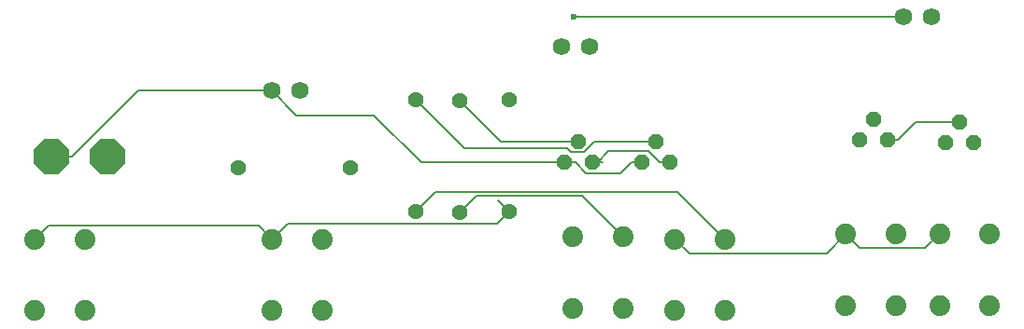
<source format=gbr>
%TF.GenerationSoftware,KiCad,Pcbnew,9.0.1*%
%TF.CreationDate,2025-04-06T15:48:51+05:30*%
%TF.ProjectId,_autosave-solder,5f617574-6f73-4617-9665-2d736f6c6465,rev?*%
%TF.SameCoordinates,Original*%
%TF.FileFunction,Copper,L1,Top*%
%TF.FilePolarity,Positive*%
%FSLAX46Y46*%
G04 Gerber Fmt 4.6, Leading zero omitted, Abs format (unit mm)*
G04 Created by KiCad (PCBNEW 9.0.1) date 2025-04-06 15:48:51*
%MOMM*%
%LPD*%
G01*
G04 APERTURE LIST*
G04 Aperture macros list*
%AMOutline5P*
0 Free polygon, 5 corners , with rotation*
0 The origin of the aperture is its center*
0 number of corners: always 5*
0 $1 to $10 corner X, Y*
0 $11 Rotation angle, in degrees counterclockwise*
0 create outline with 5 corners*
4,1,5,$1,$2,$3,$4,$5,$6,$7,$8,$9,$10,$1,$2,$11*%
%AMOutline6P*
0 Free polygon, 6 corners , with rotation*
0 The origin of the aperture is its center*
0 number of corners: always 6*
0 $1 to $12 corner X, Y*
0 $13 Rotation angle, in degrees counterclockwise*
0 create outline with 6 corners*
4,1,6,$1,$2,$3,$4,$5,$6,$7,$8,$9,$10,$11,$12,$1,$2,$13*%
%AMOutline7P*
0 Free polygon, 7 corners , with rotation*
0 The origin of the aperture is its center*
0 number of corners: always 7*
0 $1 to $14 corner X, Y*
0 $15 Rotation angle, in degrees counterclockwise*
0 create outline with 7 corners*
4,1,7,$1,$2,$3,$4,$5,$6,$7,$8,$9,$10,$11,$12,$13,$14,$1,$2,$15*%
%AMOutline8P*
0 Free polygon, 8 corners , with rotation*
0 The origin of the aperture is its center*
0 number of corners: always 8*
0 $1 to $16 corner X, Y*
0 $17 Rotation angle, in degrees counterclockwise*
0 create outline with 8 corners*
4,1,8,$1,$2,$3,$4,$5,$6,$7,$8,$9,$10,$11,$12,$13,$14,$15,$16,$1,$2,$17*%
G04 Aperture macros list end*
%TA.AperFunction,ComponentPad*%
%ADD10C,1.879600*%
%TD*%
%TA.AperFunction,ComponentPad*%
%ADD11C,1.430000*%
%TD*%
%TA.AperFunction,ComponentPad*%
%ADD12Outline8P,-0.660400X0.273547X-0.273547X0.660400X0.273547X0.660400X0.660400X0.273547X0.660400X-0.273547X0.273547X-0.660400X-0.273547X-0.660400X-0.660400X-0.273547X0.000000*%
%TD*%
%TA.AperFunction,ComponentPad*%
%ADD13C,1.581000*%
%TD*%
%TA.AperFunction,ComponentPad*%
%ADD14Outline8P,-1.574800X0.652304X-0.652304X1.574800X0.652304X1.574800X1.574800X0.652304X1.574800X-0.652304X0.652304X-1.574800X-0.652304X-1.574800X-1.574800X-0.652304X180.000000*%
%TD*%
%TA.AperFunction,ViaPad*%
%ADD15C,0.600000*%
%TD*%
%TA.AperFunction,Conductor*%
%ADD16C,0.200000*%
%TD*%
G04 APERTURE END LIST*
D10*
%TO.P,S1,1*%
%TO.N,N/C*%
X155000000Y-124000000D03*
%TO.P,S1,2*%
%TO.N,BAT1-*%
X155000000Y-117497600D03*
%TO.P,S1,3*%
%TO.N,N/C*%
X159521200Y-124000000D03*
%TO.P,S1,4*%
%TO.N,S1_4*%
X159521200Y-117497600D03*
%TD*%
%TO.P,S6,1*%
%TO.N,N/C*%
X182239400Y-123751200D03*
%TO.P,S6,2*%
%TO.N,BAT1+*%
X182239400Y-117248800D03*
%TO.P,S6,3*%
%TO.N,N/C*%
X186760600Y-123751200D03*
%TO.P,S6,4*%
%TO.N,S6_4*%
X186760600Y-117248800D03*
%TD*%
D11*
%TO.P,R3,1*%
%TO.N,BAT1-*%
X176500000Y-115000000D03*
%TO.P,R3,2*%
%TO.N,D3_C*%
X176500000Y-104840000D03*
%TD*%
D12*
%TO.P,T4,1*%
%TO.N,BAT1+*%
X188500000Y-110500000D03*
%TO.P,T4,2*%
%TO.N,T4_B*%
X189770000Y-108595000D03*
%TO.P,T4,3*%
%TO.N,D3_A*%
X191040000Y-110500000D03*
%TD*%
D13*
%TO.P,D2,1*%
%TO.N,D2_A*%
X214739400Y-97248800D03*
%TO.P,D2,2*%
%TO.N,BAT1-*%
X212199400Y-97248800D03*
%TD*%
D11*
%TO.P,R1,1*%
%TO.N,S1_4*%
X151920000Y-111000000D03*
%TO.P,R1,2*%
%TO.N,D1_C*%
X162080000Y-111000000D03*
%TD*%
D12*
%TO.P,T3,1*%
%TO.N,BAT1+*%
X181500000Y-110500000D03*
%TO.P,T3,2*%
%TO.N,T3_B*%
X182770000Y-108595000D03*
%TO.P,T3,3*%
%TO.N,D3_A*%
X184040000Y-110500000D03*
%TD*%
D13*
%TO.P,D3,1*%
%TO.N,D3_A*%
X183770000Y-100000000D03*
%TO.P,D3,2*%
%TO.N,D3_C*%
X181230000Y-100000000D03*
%TD*%
D14*
%TO.P,M1,+*%
%TO.N,BAT1+*%
X134960000Y-110000000D03*
%TO.P,M1,-*%
%TO.N,M1_-*%
X140040000Y-110000000D03*
%TD*%
D11*
%TO.P,R5,1*%
%TO.N,S6_4*%
X172000000Y-115080000D03*
%TO.P,R5,2*%
%TO.N,T3_B*%
X172000000Y-104920000D03*
%TD*%
D10*
%TO.P,S7,1*%
%TO.N,N/C*%
X191500000Y-124000000D03*
%TO.P,S7,2*%
%TO.N,BAT1+*%
X191500000Y-117497600D03*
%TO.P,S7,3*%
%TO.N,N/C*%
X196021200Y-124000000D03*
%TO.P,S7,4*%
%TO.N,S7_4*%
X196021200Y-117497600D03*
%TD*%
D12*
%TO.P,T2,1*%
%TO.N,S4_4*%
X215969400Y-108748800D03*
%TO.P,T2,2*%
%TO.N,T1_E*%
X217239400Y-106843800D03*
%TO.P,T2,3*%
%TO.N,D2_A*%
X218509400Y-108748800D03*
%TD*%
D10*
%TO.P,S3,1*%
%TO.N,N/C*%
X206978800Y-123550400D03*
%TO.P,S3,2*%
%TO.N,BAT1+*%
X206978800Y-117048000D03*
%TO.P,S3,3*%
%TO.N,N/C*%
X211500000Y-123550400D03*
%TO.P,S3,4*%
%TO.N,S3_4*%
X211500000Y-117048000D03*
%TD*%
D12*
%TO.P,T1,1*%
%TO.N,BAT1+*%
X208199400Y-108467600D03*
%TO.P,T1,2*%
%TO.N,S3_4*%
X209469400Y-106562600D03*
%TO.P,T1,3*%
%TO.N,T1_E*%
X210739400Y-108467600D03*
%TD*%
D11*
%TO.P,R4,1*%
%TO.N,S7_4*%
X168000000Y-115000000D03*
%TO.P,R4,2*%
%TO.N,T4_B*%
X168000000Y-104840000D03*
%TD*%
D10*
%TO.P,S4,1*%
%TO.N,N/C*%
X215478800Y-123500000D03*
%TO.P,S4,2*%
%TO.N,BAT1+*%
X215478800Y-116997600D03*
%TO.P,S4,3*%
%TO.N,N/C*%
X220000000Y-123500000D03*
%TO.P,S4,4*%
%TO.N,S4_4*%
X220000000Y-116997600D03*
%TD*%
%TO.P,S2,1*%
%TO.N,N/C*%
X133478800Y-124000000D03*
%TO.P,S2,2*%
%TO.N,BAT1-*%
X133478800Y-117497600D03*
%TO.P,S2,3*%
%TO.N,N/C*%
X138000000Y-124000000D03*
%TO.P,S2,4*%
%TO.N,M1_-*%
X138000000Y-117497600D03*
%TD*%
D13*
%TO.P,D1,1*%
%TO.N,BAT1+*%
X154960000Y-104000000D03*
%TO.P,D1,2*%
%TO.N,D1_C*%
X157500000Y-104000000D03*
%TD*%
D15*
%TO.N,BAT1-*%
X182324700Y-97248800D03*
%TD*%
D16*
%TO.N,S6_4*%
X183090100Y-113578300D02*
X186760600Y-117248800D01*
X173501700Y-113578300D02*
X183090100Y-113578300D01*
X172000000Y-115080000D02*
X173501700Y-113578300D01*
%TO.N,T3_B*%
X175675000Y-108595000D02*
X172000000Y-104920000D01*
X182770000Y-108595000D02*
X175675000Y-108595000D01*
%TO.N,S7_4*%
X169823400Y-113176600D02*
X168000000Y-115000000D01*
X191700200Y-113176600D02*
X169823400Y-113176600D01*
X196021200Y-117497600D02*
X191700200Y-113176600D01*
%TO.N,T4_B*%
X172389800Y-109229800D02*
X168000000Y-104840000D01*
X181689400Y-109229800D02*
X172389800Y-109229800D01*
X182025000Y-109565400D02*
X181689400Y-109229800D01*
X183242600Y-109565400D02*
X182025000Y-109565400D01*
X184213000Y-108595000D02*
X183242600Y-109565400D01*
X189770000Y-108595000D02*
X184213000Y-108595000D01*
%TO.N,D3_A*%
X184040000Y-110500000D02*
X184498000Y-110500000D01*
X184498000Y-110500000D02*
X184956000Y-110500000D01*
X189099300Y-109522700D02*
X190076600Y-110500000D01*
X185475300Y-109522700D02*
X189099300Y-109522700D01*
X184498000Y-110500000D02*
X185475300Y-109522700D01*
X191040000Y-110500000D02*
X190076600Y-110500000D01*
%TO.N,T1_E*%
X213326600Y-106843800D02*
X217239400Y-106843800D01*
X211702800Y-108467600D02*
X213326600Y-106843800D01*
X210739400Y-108467600D02*
X211702800Y-108467600D01*
%TO.N,BAT1+*%
X134960000Y-110000000D02*
X136839500Y-110000000D01*
X142839500Y-104000000D02*
X136839500Y-110000000D01*
X154960000Y-104000000D02*
X142839500Y-104000000D01*
X208242000Y-118311200D02*
X206978800Y-117048000D01*
X214165200Y-118311200D02*
X208242000Y-118311200D01*
X215478800Y-116997600D02*
X214165200Y-118311200D01*
X192770600Y-118768200D02*
X191500000Y-117497600D01*
X205258600Y-118768200D02*
X192770600Y-118768200D01*
X206978800Y-117048000D02*
X205258600Y-118768200D01*
X183445000Y-111481600D02*
X182463400Y-110500000D01*
X186555000Y-111481600D02*
X183445000Y-111481600D01*
X187536600Y-110500000D02*
X186555000Y-111481600D01*
X188500000Y-110500000D02*
X187536600Y-110500000D01*
X181500000Y-110500000D02*
X182463400Y-110500000D01*
X181500000Y-110500000D02*
X180584000Y-110500000D01*
X157190000Y-106230000D02*
X154960000Y-104000000D01*
X164203300Y-106230000D02*
X157190000Y-106230000D01*
X168473300Y-110500000D02*
X164203300Y-106230000D01*
X180584000Y-110500000D02*
X168473300Y-110500000D01*
%TO.N,BAT1-*%
X175498000Y-113998000D02*
X176500000Y-115000000D01*
X156397300Y-116100300D02*
X155000000Y-117497600D01*
X175399700Y-116100300D02*
X156397300Y-116100300D01*
X176500000Y-115000000D02*
X175399700Y-116100300D01*
X153758500Y-116256100D02*
X155000000Y-117497600D01*
X134720300Y-116256100D02*
X153758500Y-116256100D01*
X133478800Y-117497600D02*
X134720300Y-116256100D01*
X212199400Y-97248800D02*
X182324700Y-97248800D01*
%TD*%
M02*

</source>
